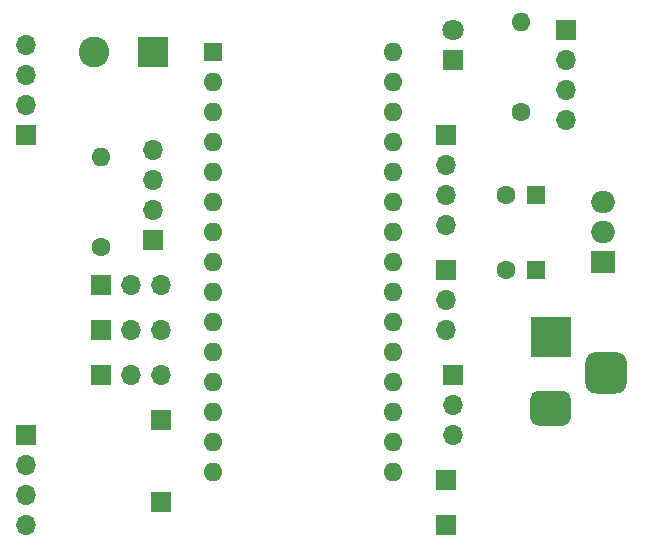
<source format=gbr>
%TF.GenerationSoftware,KiCad,Pcbnew,(5.1.12)-1*%
%TF.CreationDate,2022-03-25T13:53:05+05:30*%
%TF.ProjectId,smart_menu,736d6172-745f-46d6-956e-752e6b696361,rev?*%
%TF.SameCoordinates,Original*%
%TF.FileFunction,Soldermask,Bot*%
%TF.FilePolarity,Negative*%
%FSLAX46Y46*%
G04 Gerber Fmt 4.6, Leading zero omitted, Abs format (unit mm)*
G04 Created by KiCad (PCBNEW (5.1.12)-1) date 2022-03-25 13:53:05*
%MOMM*%
%LPD*%
G01*
G04 APERTURE LIST*
%ADD10C,2.600000*%
%ADD11R,2.600000X2.600000*%
%ADD12O,2.000000X1.905000*%
%ADD13R,2.000000X1.905000*%
%ADD14O,1.600000X1.600000*%
%ADD15C,1.600000*%
%ADD16R,1.700000X1.700000*%
%ADD17O,1.700000X1.700000*%
%ADD18R,3.500000X3.500000*%
%ADD19C,1.800000*%
%ADD20R,1.800000X1.800000*%
%ADD21R,1.600000X1.600000*%
G04 APERTURE END LIST*
D10*
%TO.C,J4*%
X87710000Y-82550000D03*
D11*
X92710000Y-82550000D03*
%TD*%
D12*
%TO.C,U1*%
X130810000Y-95250000D03*
X130810000Y-97790000D03*
D13*
X130810000Y-100330000D03*
%TD*%
D14*
%TO.C,R1*%
X123825000Y-80010000D03*
D15*
X123825000Y-87630000D03*
%TD*%
D16*
%TO.C,J18*%
X117475000Y-118745000D03*
%TD*%
%TO.C,J17*%
X117475000Y-122555000D03*
%TD*%
%TO.C,J16*%
X93345000Y-120650000D03*
%TD*%
%TO.C,J15*%
X93345000Y-113665000D03*
%TD*%
D17*
%TO.C,J14*%
X92710000Y-90805000D03*
X92710000Y-93345000D03*
X92710000Y-95885000D03*
D16*
X92710000Y-98425000D03*
%TD*%
D17*
%TO.C,J13*%
X127635000Y-88265000D03*
X127635000Y-85725000D03*
X127635000Y-83185000D03*
D16*
X127635000Y-80645000D03*
%TD*%
D17*
%TO.C,J12*%
X117475000Y-97155000D03*
X117475000Y-94615000D03*
X117475000Y-92075000D03*
D16*
X117475000Y-89535000D03*
%TD*%
D17*
%TO.C,J9*%
X81915000Y-81915000D03*
X81915000Y-84455000D03*
X81915000Y-86995000D03*
D16*
X81915000Y-89535000D03*
%TD*%
D17*
%TO.C,J8*%
X81915000Y-122555000D03*
X81915000Y-120015000D03*
X81915000Y-117475000D03*
D16*
X81915000Y-114935000D03*
%TD*%
D17*
%TO.C,J7*%
X118110000Y-114935000D03*
X118110000Y-112395000D03*
D16*
X118110000Y-109855000D03*
%TD*%
D17*
%TO.C,J6*%
X93345000Y-109855000D03*
X90805000Y-109855000D03*
D16*
X88265000Y-109855000D03*
%TD*%
D17*
%TO.C,J5*%
X117475000Y-106045000D03*
X117475000Y-103505000D03*
D16*
X117475000Y-100965000D03*
%TD*%
D17*
%TO.C,J3*%
X93345000Y-106045000D03*
X90805000Y-106045000D03*
D16*
X88265000Y-106045000D03*
%TD*%
D17*
%TO.C,J2*%
X93345000Y-102235000D03*
X90805000Y-102235000D03*
D16*
X88265000Y-102235000D03*
%TD*%
%TO.C,J1*%
G36*
G01*
X131940000Y-111430000D02*
X130190000Y-111430000D01*
G75*
G02*
X129315000Y-110555000I0J875000D01*
G01*
X129315000Y-108805000D01*
G75*
G02*
X130190000Y-107930000I875000J0D01*
G01*
X131940000Y-107930000D01*
G75*
G02*
X132815000Y-108805000I0J-875000D01*
G01*
X132815000Y-110555000D01*
G75*
G02*
X131940000Y-111430000I-875000J0D01*
G01*
G37*
G36*
G01*
X127365000Y-114180000D02*
X125365000Y-114180000D01*
G75*
G02*
X124615000Y-113430000I0J750000D01*
G01*
X124615000Y-111930000D01*
G75*
G02*
X125365000Y-111180000I750000J0D01*
G01*
X127365000Y-111180000D01*
G75*
G02*
X128115000Y-111930000I0J-750000D01*
G01*
X128115000Y-113430000D01*
G75*
G02*
X127365000Y-114180000I-750000J0D01*
G01*
G37*
D18*
X126365000Y-106680000D03*
%TD*%
D19*
%TO.C,D1*%
X118110000Y-80645000D03*
D20*
X118110000Y-83185000D03*
%TD*%
D15*
%TO.C,C2*%
X122595000Y-94615000D03*
D21*
X125095000Y-94615000D03*
%TD*%
D15*
%TO.C,C1*%
X122595000Y-100965000D03*
D21*
X125095000Y-100965000D03*
%TD*%
D14*
%TO.C,A1*%
X113030000Y-118110000D03*
X97790000Y-118110000D03*
X113030000Y-82550000D03*
X97790000Y-115570000D03*
X113030000Y-85090000D03*
X97790000Y-113030000D03*
X113030000Y-87630000D03*
X97790000Y-110490000D03*
X113030000Y-90170000D03*
X97790000Y-107950000D03*
X113030000Y-92710000D03*
X97790000Y-105410000D03*
X113030000Y-95250000D03*
X97790000Y-102870000D03*
X113030000Y-97790000D03*
X97790000Y-100330000D03*
X113030000Y-100330000D03*
X97790000Y-97790000D03*
X113030000Y-102870000D03*
X97790000Y-95250000D03*
X113030000Y-105410000D03*
X97790000Y-92710000D03*
X113030000Y-107950000D03*
X97790000Y-90170000D03*
X113030000Y-110490000D03*
X97790000Y-87630000D03*
X113030000Y-113030000D03*
X97790000Y-85090000D03*
X113030000Y-115570000D03*
D21*
X97790000Y-82550000D03*
%TD*%
D14*
%TO.C,10K1*%
X88265000Y-91440000D03*
D15*
X88265000Y-99060000D03*
%TD*%
M02*

</source>
